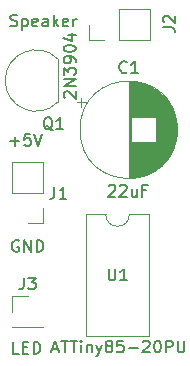
<source format=gbr>
%TF.GenerationSoftware,KiCad,Pcbnew,(5.1.7)-1*%
%TF.CreationDate,2021-09-28T11:43:39+01:00*%
%TF.ProjectId,vDrive-Sound-Board,76447269-7665-42d5-936f-756e642d426f,rev?*%
%TF.SameCoordinates,Original*%
%TF.FileFunction,Legend,Top*%
%TF.FilePolarity,Positive*%
%FSLAX46Y46*%
G04 Gerber Fmt 4.6, Leading zero omitted, Abs format (unit mm)*
G04 Created by KiCad (PCBNEW (5.1.7)-1) date 2021-09-28 11:43:39*
%MOMM*%
%LPD*%
G01*
G04 APERTURE LIST*
%ADD10C,0.150000*%
%ADD11C,0.120000*%
G04 APERTURE END LIST*
D10*
X115647619Y-50414285D02*
X115600000Y-50366666D01*
X115552380Y-50271428D01*
X115552380Y-50033333D01*
X115600000Y-49938095D01*
X115647619Y-49890476D01*
X115742857Y-49842857D01*
X115838095Y-49842857D01*
X115980952Y-49890476D01*
X116552380Y-50461904D01*
X116552380Y-49842857D01*
X116552380Y-49414285D02*
X115552380Y-49414285D01*
X116552380Y-48842857D01*
X115552380Y-48842857D01*
X115552380Y-48461904D02*
X115552380Y-47842857D01*
X115933333Y-48176190D01*
X115933333Y-48033333D01*
X115980952Y-47938095D01*
X116028571Y-47890476D01*
X116123809Y-47842857D01*
X116361904Y-47842857D01*
X116457142Y-47890476D01*
X116504761Y-47938095D01*
X116552380Y-48033333D01*
X116552380Y-48319047D01*
X116504761Y-48414285D01*
X116457142Y-48461904D01*
X116552380Y-47366666D02*
X116552380Y-47176190D01*
X116504761Y-47080952D01*
X116457142Y-47033333D01*
X116314285Y-46938095D01*
X116123809Y-46890476D01*
X115742857Y-46890476D01*
X115647619Y-46938095D01*
X115600000Y-46985714D01*
X115552380Y-47080952D01*
X115552380Y-47271428D01*
X115600000Y-47366666D01*
X115647619Y-47414285D01*
X115742857Y-47461904D01*
X115980952Y-47461904D01*
X116076190Y-47414285D01*
X116123809Y-47366666D01*
X116171428Y-47271428D01*
X116171428Y-47080952D01*
X116123809Y-46985714D01*
X116076190Y-46938095D01*
X115980952Y-46890476D01*
X115552380Y-46271428D02*
X115552380Y-46176190D01*
X115600000Y-46080952D01*
X115647619Y-46033333D01*
X115742857Y-45985714D01*
X115933333Y-45938095D01*
X116171428Y-45938095D01*
X116361904Y-45985714D01*
X116457142Y-46033333D01*
X116504761Y-46080952D01*
X116552380Y-46176190D01*
X116552380Y-46271428D01*
X116504761Y-46366666D01*
X116457142Y-46414285D01*
X116361904Y-46461904D01*
X116171428Y-46509523D01*
X115933333Y-46509523D01*
X115742857Y-46461904D01*
X115647619Y-46414285D01*
X115600000Y-46366666D01*
X115552380Y-46271428D01*
X115885714Y-45080952D02*
X116552380Y-45080952D01*
X115504761Y-45319047D02*
X116219047Y-45557142D01*
X116219047Y-44938095D01*
X119357142Y-57847619D02*
X119404761Y-57800000D01*
X119500000Y-57752380D01*
X119738095Y-57752380D01*
X119833333Y-57800000D01*
X119880952Y-57847619D01*
X119928571Y-57942857D01*
X119928571Y-58038095D01*
X119880952Y-58180952D01*
X119309523Y-58752380D01*
X119928571Y-58752380D01*
X120309523Y-57847619D02*
X120357142Y-57800000D01*
X120452380Y-57752380D01*
X120690476Y-57752380D01*
X120785714Y-57800000D01*
X120833333Y-57847619D01*
X120880952Y-57942857D01*
X120880952Y-58038095D01*
X120833333Y-58180952D01*
X120261904Y-58752380D01*
X120880952Y-58752380D01*
X121738095Y-58085714D02*
X121738095Y-58752380D01*
X121309523Y-58085714D02*
X121309523Y-58609523D01*
X121357142Y-58704761D01*
X121452380Y-58752380D01*
X121595238Y-58752380D01*
X121690476Y-58704761D01*
X121738095Y-58657142D01*
X122547619Y-58228571D02*
X122214285Y-58228571D01*
X122214285Y-58752380D02*
X122214285Y-57752380D01*
X122690476Y-57752380D01*
X114580952Y-71666666D02*
X115057142Y-71666666D01*
X114485714Y-71952380D02*
X114819047Y-70952380D01*
X115152380Y-71952380D01*
X115342857Y-70952380D02*
X115914285Y-70952380D01*
X115628571Y-71952380D02*
X115628571Y-70952380D01*
X116104761Y-70952380D02*
X116676190Y-70952380D01*
X116390476Y-71952380D02*
X116390476Y-70952380D01*
X117009523Y-71952380D02*
X117009523Y-71285714D01*
X117009523Y-70952380D02*
X116961904Y-71000000D01*
X117009523Y-71047619D01*
X117057142Y-71000000D01*
X117009523Y-70952380D01*
X117009523Y-71047619D01*
X117485714Y-71285714D02*
X117485714Y-71952380D01*
X117485714Y-71380952D02*
X117533333Y-71333333D01*
X117628571Y-71285714D01*
X117771428Y-71285714D01*
X117866666Y-71333333D01*
X117914285Y-71428571D01*
X117914285Y-71952380D01*
X118295238Y-71285714D02*
X118533333Y-71952380D01*
X118771428Y-71285714D02*
X118533333Y-71952380D01*
X118438095Y-72190476D01*
X118390476Y-72238095D01*
X118295238Y-72285714D01*
X119295238Y-71380952D02*
X119200000Y-71333333D01*
X119152380Y-71285714D01*
X119104761Y-71190476D01*
X119104761Y-71142857D01*
X119152380Y-71047619D01*
X119200000Y-71000000D01*
X119295238Y-70952380D01*
X119485714Y-70952380D01*
X119580952Y-71000000D01*
X119628571Y-71047619D01*
X119676190Y-71142857D01*
X119676190Y-71190476D01*
X119628571Y-71285714D01*
X119580952Y-71333333D01*
X119485714Y-71380952D01*
X119295238Y-71380952D01*
X119200000Y-71428571D01*
X119152380Y-71476190D01*
X119104761Y-71571428D01*
X119104761Y-71761904D01*
X119152380Y-71857142D01*
X119200000Y-71904761D01*
X119295238Y-71952380D01*
X119485714Y-71952380D01*
X119580952Y-71904761D01*
X119628571Y-71857142D01*
X119676190Y-71761904D01*
X119676190Y-71571428D01*
X119628571Y-71476190D01*
X119580952Y-71428571D01*
X119485714Y-71380952D01*
X120580952Y-70952380D02*
X120104761Y-70952380D01*
X120057142Y-71428571D01*
X120104761Y-71380952D01*
X120200000Y-71333333D01*
X120438095Y-71333333D01*
X120533333Y-71380952D01*
X120580952Y-71428571D01*
X120628571Y-71523809D01*
X120628571Y-71761904D01*
X120580952Y-71857142D01*
X120533333Y-71904761D01*
X120438095Y-71952380D01*
X120200000Y-71952380D01*
X120104761Y-71904761D01*
X120057142Y-71857142D01*
X121057142Y-71571428D02*
X121819047Y-71571428D01*
X122247619Y-71047619D02*
X122295238Y-71000000D01*
X122390476Y-70952380D01*
X122628571Y-70952380D01*
X122723809Y-71000000D01*
X122771428Y-71047619D01*
X122819047Y-71142857D01*
X122819047Y-71238095D01*
X122771428Y-71380952D01*
X122200000Y-71952380D01*
X122819047Y-71952380D01*
X123438095Y-70952380D02*
X123533333Y-70952380D01*
X123628571Y-71000000D01*
X123676190Y-71047619D01*
X123723809Y-71142857D01*
X123771428Y-71333333D01*
X123771428Y-71571428D01*
X123723809Y-71761904D01*
X123676190Y-71857142D01*
X123628571Y-71904761D01*
X123533333Y-71952380D01*
X123438095Y-71952380D01*
X123342857Y-71904761D01*
X123295238Y-71857142D01*
X123247619Y-71761904D01*
X123200000Y-71571428D01*
X123200000Y-71333333D01*
X123247619Y-71142857D01*
X123295238Y-71047619D01*
X123342857Y-71000000D01*
X123438095Y-70952380D01*
X124200000Y-71952380D02*
X124200000Y-70952380D01*
X124580952Y-70952380D01*
X124676190Y-71000000D01*
X124723809Y-71047619D01*
X124771428Y-71142857D01*
X124771428Y-71285714D01*
X124723809Y-71380952D01*
X124676190Y-71428571D01*
X124580952Y-71476190D01*
X124200000Y-71476190D01*
X125200000Y-70952380D02*
X125200000Y-71761904D01*
X125247619Y-71857142D01*
X125295238Y-71904761D01*
X125390476Y-71952380D01*
X125580952Y-71952380D01*
X125676190Y-71904761D01*
X125723809Y-71857142D01*
X125771428Y-71761904D01*
X125771428Y-70952380D01*
X111038095Y-44304761D02*
X111180952Y-44352380D01*
X111419047Y-44352380D01*
X111514285Y-44304761D01*
X111561904Y-44257142D01*
X111609523Y-44161904D01*
X111609523Y-44066666D01*
X111561904Y-43971428D01*
X111514285Y-43923809D01*
X111419047Y-43876190D01*
X111228571Y-43828571D01*
X111133333Y-43780952D01*
X111085714Y-43733333D01*
X111038095Y-43638095D01*
X111038095Y-43542857D01*
X111085714Y-43447619D01*
X111133333Y-43400000D01*
X111228571Y-43352380D01*
X111466666Y-43352380D01*
X111609523Y-43400000D01*
X112038095Y-43685714D02*
X112038095Y-44685714D01*
X112038095Y-43733333D02*
X112133333Y-43685714D01*
X112323809Y-43685714D01*
X112419047Y-43733333D01*
X112466666Y-43780952D01*
X112514285Y-43876190D01*
X112514285Y-44161904D01*
X112466666Y-44257142D01*
X112419047Y-44304761D01*
X112323809Y-44352380D01*
X112133333Y-44352380D01*
X112038095Y-44304761D01*
X113323809Y-44304761D02*
X113228571Y-44352380D01*
X113038095Y-44352380D01*
X112942857Y-44304761D01*
X112895238Y-44209523D01*
X112895238Y-43828571D01*
X112942857Y-43733333D01*
X113038095Y-43685714D01*
X113228571Y-43685714D01*
X113323809Y-43733333D01*
X113371428Y-43828571D01*
X113371428Y-43923809D01*
X112895238Y-44019047D01*
X114228571Y-44352380D02*
X114228571Y-43828571D01*
X114180952Y-43733333D01*
X114085714Y-43685714D01*
X113895238Y-43685714D01*
X113800000Y-43733333D01*
X114228571Y-44304761D02*
X114133333Y-44352380D01*
X113895238Y-44352380D01*
X113800000Y-44304761D01*
X113752380Y-44209523D01*
X113752380Y-44114285D01*
X113800000Y-44019047D01*
X113895238Y-43971428D01*
X114133333Y-43971428D01*
X114228571Y-43923809D01*
X114704761Y-44352380D02*
X114704761Y-43352380D01*
X114800000Y-43971428D02*
X115085714Y-44352380D01*
X115085714Y-43685714D02*
X114704761Y-44066666D01*
X115895238Y-44304761D02*
X115800000Y-44352380D01*
X115609523Y-44352380D01*
X115514285Y-44304761D01*
X115466666Y-44209523D01*
X115466666Y-43828571D01*
X115514285Y-43733333D01*
X115609523Y-43685714D01*
X115800000Y-43685714D01*
X115895238Y-43733333D01*
X115942857Y-43828571D01*
X115942857Y-43923809D01*
X115466666Y-44019047D01*
X116371428Y-44352380D02*
X116371428Y-43685714D01*
X116371428Y-43876190D02*
X116419047Y-43780952D01*
X116466666Y-43733333D01*
X116561904Y-43685714D01*
X116657142Y-43685714D01*
X111757142Y-72052380D02*
X111280952Y-72052380D01*
X111280952Y-71052380D01*
X112090476Y-71528571D02*
X112423809Y-71528571D01*
X112566666Y-72052380D02*
X112090476Y-72052380D01*
X112090476Y-71052380D01*
X112566666Y-71052380D01*
X112995238Y-72052380D02*
X112995238Y-71052380D01*
X113233333Y-71052380D01*
X113376190Y-71100000D01*
X113471428Y-71195238D01*
X113519047Y-71290476D01*
X113566666Y-71480952D01*
X113566666Y-71623809D01*
X113519047Y-71814285D01*
X113471428Y-71909523D01*
X113376190Y-72004761D01*
X113233333Y-72052380D01*
X112995238Y-72052380D01*
X111014285Y-54071428D02*
X111776190Y-54071428D01*
X111395238Y-54452380D02*
X111395238Y-53690476D01*
X112728571Y-53452380D02*
X112252380Y-53452380D01*
X112204761Y-53928571D01*
X112252380Y-53880952D01*
X112347619Y-53833333D01*
X112585714Y-53833333D01*
X112680952Y-53880952D01*
X112728571Y-53928571D01*
X112776190Y-54023809D01*
X112776190Y-54261904D01*
X112728571Y-54357142D01*
X112680952Y-54404761D01*
X112585714Y-54452380D01*
X112347619Y-54452380D01*
X112252380Y-54404761D01*
X112204761Y-54357142D01*
X113061904Y-53452380D02*
X113395238Y-54452380D01*
X113728571Y-53452380D01*
X111738095Y-62500000D02*
X111642857Y-62452380D01*
X111500000Y-62452380D01*
X111357142Y-62500000D01*
X111261904Y-62595238D01*
X111214285Y-62690476D01*
X111166666Y-62880952D01*
X111166666Y-63023809D01*
X111214285Y-63214285D01*
X111261904Y-63309523D01*
X111357142Y-63404761D01*
X111500000Y-63452380D01*
X111595238Y-63452380D01*
X111738095Y-63404761D01*
X111785714Y-63357142D01*
X111785714Y-63023809D01*
X111595238Y-63023809D01*
X112214285Y-63452380D02*
X112214285Y-62452380D01*
X112785714Y-63452380D01*
X112785714Y-62452380D01*
X113261904Y-63452380D02*
X113261904Y-62452380D01*
X113500000Y-62452380D01*
X113642857Y-62500000D01*
X113738095Y-62595238D01*
X113785714Y-62690476D01*
X113833333Y-62880952D01*
X113833333Y-63023809D01*
X113785714Y-63214285D01*
X113738095Y-63309523D01*
X113642857Y-63404761D01*
X113500000Y-63452380D01*
X113261904Y-63452380D01*
D11*
%TO.C,U1*%
X122760000Y-60270000D02*
X121110000Y-60270000D01*
X122760000Y-70550000D02*
X122760000Y-60270000D01*
X117460000Y-70550000D02*
X122760000Y-70550000D01*
X117460000Y-60270000D02*
X117460000Y-70550000D01*
X119110000Y-60270000D02*
X117460000Y-60270000D01*
X121110000Y-60270000D02*
G75*
G02*
X119110000Y-60270000I-1000000J0D01*
G01*
%TO.C,Q1*%
X115050000Y-50730000D02*
X115050000Y-47130000D01*
X115038478Y-47091522D02*
G75*
G03*
X110600000Y-48930000I-1838478J-1838478D01*
G01*
X115038478Y-50768478D02*
G75*
G02*
X110600000Y-48930000I-1838478J1838478D01*
G01*
%TO.C,J3*%
X111170000Y-67170000D02*
X112500000Y-67170000D01*
X111170000Y-68500000D02*
X111170000Y-67170000D01*
X111170000Y-69770000D02*
X113830000Y-69770000D01*
X113830000Y-69770000D02*
X113830000Y-69830000D01*
X111170000Y-69770000D02*
X111170000Y-69830000D01*
X111170000Y-69830000D02*
X113830000Y-69830000D01*
%TO.C,J2*%
X117670000Y-45530000D02*
X117670000Y-44200000D01*
X119000000Y-45530000D02*
X117670000Y-45530000D01*
X120270000Y-45530000D02*
X120270000Y-42870000D01*
X120270000Y-42870000D02*
X122870000Y-42870000D01*
X120270000Y-45530000D02*
X122870000Y-45530000D01*
X122870000Y-45530000D02*
X122870000Y-42870000D01*
%TO.C,J1*%
X113830000Y-61030000D02*
X112500000Y-61030000D01*
X113830000Y-59700000D02*
X113830000Y-61030000D01*
X113830000Y-58430000D02*
X111170000Y-58430000D01*
X111170000Y-58430000D02*
X111170000Y-55830000D01*
X113830000Y-58430000D02*
X113830000Y-55830000D01*
X113830000Y-55830000D02*
X111170000Y-55830000D01*
%TO.C,C1*%
X117040302Y-50385000D02*
X117040302Y-51185000D01*
X116640302Y-50785000D02*
X117440302Y-50785000D01*
X125131000Y-52567000D02*
X125131000Y-53633000D01*
X125091000Y-52332000D02*
X125091000Y-53868000D01*
X125051000Y-52152000D02*
X125051000Y-54048000D01*
X125011000Y-52002000D02*
X125011000Y-54198000D01*
X124971000Y-51871000D02*
X124971000Y-54329000D01*
X124931000Y-51754000D02*
X124931000Y-54446000D01*
X124891000Y-51647000D02*
X124891000Y-54553000D01*
X124851000Y-51548000D02*
X124851000Y-54652000D01*
X124811000Y-51455000D02*
X124811000Y-54745000D01*
X124771000Y-51369000D02*
X124771000Y-54831000D01*
X124731000Y-51287000D02*
X124731000Y-54913000D01*
X124691000Y-51210000D02*
X124691000Y-54990000D01*
X124651000Y-51136000D02*
X124651000Y-55064000D01*
X124611000Y-51066000D02*
X124611000Y-55134000D01*
X124571000Y-50998000D02*
X124571000Y-55202000D01*
X124531000Y-50934000D02*
X124531000Y-55266000D01*
X124491000Y-50872000D02*
X124491000Y-55328000D01*
X124451000Y-50813000D02*
X124451000Y-55387000D01*
X124411000Y-50755000D02*
X124411000Y-55445000D01*
X124371000Y-50700000D02*
X124371000Y-55500000D01*
X124331000Y-50646000D02*
X124331000Y-55554000D01*
X124291000Y-50595000D02*
X124291000Y-55605000D01*
X124251000Y-50544000D02*
X124251000Y-55656000D01*
X124211000Y-50496000D02*
X124211000Y-55704000D01*
X124171000Y-50449000D02*
X124171000Y-55751000D01*
X124131000Y-50403000D02*
X124131000Y-55797000D01*
X124091000Y-50359000D02*
X124091000Y-55841000D01*
X124051000Y-50316000D02*
X124051000Y-55884000D01*
X124011000Y-50274000D02*
X124011000Y-55926000D01*
X123971000Y-50233000D02*
X123971000Y-55967000D01*
X123931000Y-50193000D02*
X123931000Y-56007000D01*
X123891000Y-50155000D02*
X123891000Y-56045000D01*
X123851000Y-50117000D02*
X123851000Y-56083000D01*
X123811000Y-50081000D02*
X123811000Y-56119000D01*
X123771000Y-50045000D02*
X123771000Y-56155000D01*
X123731000Y-50010000D02*
X123731000Y-56190000D01*
X123691000Y-49976000D02*
X123691000Y-56224000D01*
X123651000Y-49944000D02*
X123651000Y-56256000D01*
X123611000Y-49911000D02*
X123611000Y-56289000D01*
X123571000Y-49880000D02*
X123571000Y-56320000D01*
X123531000Y-49850000D02*
X123531000Y-56350000D01*
X123491000Y-49820000D02*
X123491000Y-56380000D01*
X123451000Y-49791000D02*
X123451000Y-56409000D01*
X123411000Y-49762000D02*
X123411000Y-56438000D01*
X123371000Y-49735000D02*
X123371000Y-56465000D01*
X123331000Y-54140000D02*
X123331000Y-56492000D01*
X123331000Y-49708000D02*
X123331000Y-52060000D01*
X123291000Y-54140000D02*
X123291000Y-56518000D01*
X123291000Y-49682000D02*
X123291000Y-52060000D01*
X123251000Y-54140000D02*
X123251000Y-56544000D01*
X123251000Y-49656000D02*
X123251000Y-52060000D01*
X123211000Y-54140000D02*
X123211000Y-56569000D01*
X123211000Y-49631000D02*
X123211000Y-52060000D01*
X123171000Y-54140000D02*
X123171000Y-56593000D01*
X123171000Y-49607000D02*
X123171000Y-52060000D01*
X123131000Y-54140000D02*
X123131000Y-56617000D01*
X123131000Y-49583000D02*
X123131000Y-52060000D01*
X123091000Y-54140000D02*
X123091000Y-56640000D01*
X123091000Y-49560000D02*
X123091000Y-52060000D01*
X123051000Y-54140000D02*
X123051000Y-56662000D01*
X123051000Y-49538000D02*
X123051000Y-52060000D01*
X123011000Y-54140000D02*
X123011000Y-56684000D01*
X123011000Y-49516000D02*
X123011000Y-52060000D01*
X122971000Y-54140000D02*
X122971000Y-56706000D01*
X122971000Y-49494000D02*
X122971000Y-52060000D01*
X122931000Y-54140000D02*
X122931000Y-56727000D01*
X122931000Y-49473000D02*
X122931000Y-52060000D01*
X122891000Y-54140000D02*
X122891000Y-56747000D01*
X122891000Y-49453000D02*
X122891000Y-52060000D01*
X122851000Y-54140000D02*
X122851000Y-56766000D01*
X122851000Y-49434000D02*
X122851000Y-52060000D01*
X122811000Y-54140000D02*
X122811000Y-56786000D01*
X122811000Y-49414000D02*
X122811000Y-52060000D01*
X122771000Y-54140000D02*
X122771000Y-56804000D01*
X122771000Y-49396000D02*
X122771000Y-52060000D01*
X122731000Y-54140000D02*
X122731000Y-56822000D01*
X122731000Y-49378000D02*
X122731000Y-52060000D01*
X122691000Y-54140000D02*
X122691000Y-56840000D01*
X122691000Y-49360000D02*
X122691000Y-52060000D01*
X122651000Y-54140000D02*
X122651000Y-56857000D01*
X122651000Y-49343000D02*
X122651000Y-52060000D01*
X122611000Y-54140000D02*
X122611000Y-56874000D01*
X122611000Y-49326000D02*
X122611000Y-52060000D01*
X122571000Y-54140000D02*
X122571000Y-56890000D01*
X122571000Y-49310000D02*
X122571000Y-52060000D01*
X122531000Y-54140000D02*
X122531000Y-56905000D01*
X122531000Y-49295000D02*
X122531000Y-52060000D01*
X122491000Y-54140000D02*
X122491000Y-56921000D01*
X122491000Y-49279000D02*
X122491000Y-52060000D01*
X122451000Y-54140000D02*
X122451000Y-56935000D01*
X122451000Y-49265000D02*
X122451000Y-52060000D01*
X122411000Y-54140000D02*
X122411000Y-56950000D01*
X122411000Y-49250000D02*
X122411000Y-52060000D01*
X122371000Y-54140000D02*
X122371000Y-56963000D01*
X122371000Y-49237000D02*
X122371000Y-52060000D01*
X122331000Y-54140000D02*
X122331000Y-56977000D01*
X122331000Y-49223000D02*
X122331000Y-52060000D01*
X122291000Y-54140000D02*
X122291000Y-56989000D01*
X122291000Y-49211000D02*
X122291000Y-52060000D01*
X122251000Y-54140000D02*
X122251000Y-57002000D01*
X122251000Y-49198000D02*
X122251000Y-52060000D01*
X122211000Y-54140000D02*
X122211000Y-57014000D01*
X122211000Y-49186000D02*
X122211000Y-52060000D01*
X122171000Y-54140000D02*
X122171000Y-57025000D01*
X122171000Y-49175000D02*
X122171000Y-52060000D01*
X122131000Y-54140000D02*
X122131000Y-57036000D01*
X122131000Y-49164000D02*
X122131000Y-52060000D01*
X122091000Y-54140000D02*
X122091000Y-57047000D01*
X122091000Y-49153000D02*
X122091000Y-52060000D01*
X122051000Y-54140000D02*
X122051000Y-57057000D01*
X122051000Y-49143000D02*
X122051000Y-52060000D01*
X122011000Y-54140000D02*
X122011000Y-57067000D01*
X122011000Y-49133000D02*
X122011000Y-52060000D01*
X121971000Y-54140000D02*
X121971000Y-57076000D01*
X121971000Y-49124000D02*
X121971000Y-52060000D01*
X121931000Y-54140000D02*
X121931000Y-57085000D01*
X121931000Y-49115000D02*
X121931000Y-52060000D01*
X121891000Y-54140000D02*
X121891000Y-57094000D01*
X121891000Y-49106000D02*
X121891000Y-52060000D01*
X121851000Y-54140000D02*
X121851000Y-57102000D01*
X121851000Y-49098000D02*
X121851000Y-52060000D01*
X121811000Y-54140000D02*
X121811000Y-57110000D01*
X121811000Y-49090000D02*
X121811000Y-52060000D01*
X121771000Y-54140000D02*
X121771000Y-57117000D01*
X121771000Y-49083000D02*
X121771000Y-52060000D01*
X121730000Y-54140000D02*
X121730000Y-57124000D01*
X121730000Y-49076000D02*
X121730000Y-52060000D01*
X121690000Y-54140000D02*
X121690000Y-57130000D01*
X121690000Y-49070000D02*
X121690000Y-52060000D01*
X121650000Y-54140000D02*
X121650000Y-57137000D01*
X121650000Y-49063000D02*
X121650000Y-52060000D01*
X121610000Y-54140000D02*
X121610000Y-57142000D01*
X121610000Y-49058000D02*
X121610000Y-52060000D01*
X121570000Y-54140000D02*
X121570000Y-57148000D01*
X121570000Y-49052000D02*
X121570000Y-52060000D01*
X121530000Y-54140000D02*
X121530000Y-57152000D01*
X121530000Y-49048000D02*
X121530000Y-52060000D01*
X121490000Y-54140000D02*
X121490000Y-57157000D01*
X121490000Y-49043000D02*
X121490000Y-52060000D01*
X121450000Y-54140000D02*
X121450000Y-57161000D01*
X121450000Y-49039000D02*
X121450000Y-52060000D01*
X121410000Y-54140000D02*
X121410000Y-57165000D01*
X121410000Y-49035000D02*
X121410000Y-52060000D01*
X121370000Y-54140000D02*
X121370000Y-57168000D01*
X121370000Y-49032000D02*
X121370000Y-52060000D01*
X121330000Y-54140000D02*
X121330000Y-57171000D01*
X121330000Y-49029000D02*
X121330000Y-52060000D01*
X121290000Y-54140000D02*
X121290000Y-57174000D01*
X121290000Y-49026000D02*
X121290000Y-52060000D01*
X121250000Y-49024000D02*
X121250000Y-57176000D01*
X121210000Y-49023000D02*
X121210000Y-57177000D01*
X121170000Y-49021000D02*
X121170000Y-57179000D01*
X121130000Y-49020000D02*
X121130000Y-57180000D01*
X121090000Y-49020000D02*
X121090000Y-57180000D01*
X121050000Y-49020000D02*
X121050000Y-57180000D01*
X125170000Y-53100000D02*
G75*
G03*
X125170000Y-53100000I-4120000J0D01*
G01*
%TO.C,U1*%
D10*
X119348095Y-64852380D02*
X119348095Y-65661904D01*
X119395714Y-65757142D01*
X119443333Y-65804761D01*
X119538571Y-65852380D01*
X119729047Y-65852380D01*
X119824285Y-65804761D01*
X119871904Y-65757142D01*
X119919523Y-65661904D01*
X119919523Y-64852380D01*
X120919523Y-65852380D02*
X120348095Y-65852380D01*
X120633809Y-65852380D02*
X120633809Y-64852380D01*
X120538571Y-64995238D01*
X120443333Y-65090476D01*
X120348095Y-65138095D01*
%TO.C,Q1*%
X114604761Y-53147619D02*
X114509523Y-53100000D01*
X114414285Y-53004761D01*
X114271428Y-52861904D01*
X114176190Y-52814285D01*
X114080952Y-52814285D01*
X114128571Y-53052380D02*
X114033333Y-53004761D01*
X113938095Y-52909523D01*
X113890476Y-52719047D01*
X113890476Y-52385714D01*
X113938095Y-52195238D01*
X114033333Y-52100000D01*
X114128571Y-52052380D01*
X114319047Y-52052380D01*
X114414285Y-52100000D01*
X114509523Y-52195238D01*
X114557142Y-52385714D01*
X114557142Y-52719047D01*
X114509523Y-52909523D01*
X114414285Y-53004761D01*
X114319047Y-53052380D01*
X114128571Y-53052380D01*
X115509523Y-53052380D02*
X114938095Y-53052380D01*
X115223809Y-53052380D02*
X115223809Y-52052380D01*
X115128571Y-52195238D01*
X115033333Y-52290476D01*
X114938095Y-52338095D01*
%TO.C,J3*%
X112166666Y-65622380D02*
X112166666Y-66336666D01*
X112119047Y-66479523D01*
X112023809Y-66574761D01*
X111880952Y-66622380D01*
X111785714Y-66622380D01*
X112547619Y-65622380D02*
X113166666Y-65622380D01*
X112833333Y-66003333D01*
X112976190Y-66003333D01*
X113071428Y-66050952D01*
X113119047Y-66098571D01*
X113166666Y-66193809D01*
X113166666Y-66431904D01*
X113119047Y-66527142D01*
X113071428Y-66574761D01*
X112976190Y-66622380D01*
X112690476Y-66622380D01*
X112595238Y-66574761D01*
X112547619Y-66527142D01*
%TO.C,J2*%
X123952380Y-44433333D02*
X124666666Y-44433333D01*
X124809523Y-44480952D01*
X124904761Y-44576190D01*
X124952380Y-44719047D01*
X124952380Y-44814285D01*
X124047619Y-44004761D02*
X124000000Y-43957142D01*
X123952380Y-43861904D01*
X123952380Y-43623809D01*
X124000000Y-43528571D01*
X124047619Y-43480952D01*
X124142857Y-43433333D01*
X124238095Y-43433333D01*
X124380952Y-43480952D01*
X124952380Y-44052380D01*
X124952380Y-43433333D01*
%TO.C,J1*%
X114766666Y-57952380D02*
X114766666Y-58666666D01*
X114719047Y-58809523D01*
X114623809Y-58904761D01*
X114480952Y-58952380D01*
X114385714Y-58952380D01*
X115766666Y-58952380D02*
X115195238Y-58952380D01*
X115480952Y-58952380D02*
X115480952Y-57952380D01*
X115385714Y-58095238D01*
X115290476Y-58190476D01*
X115195238Y-58238095D01*
%TO.C,C1*%
X120883333Y-48207142D02*
X120835714Y-48254761D01*
X120692857Y-48302380D01*
X120597619Y-48302380D01*
X120454761Y-48254761D01*
X120359523Y-48159523D01*
X120311904Y-48064285D01*
X120264285Y-47873809D01*
X120264285Y-47730952D01*
X120311904Y-47540476D01*
X120359523Y-47445238D01*
X120454761Y-47350000D01*
X120597619Y-47302380D01*
X120692857Y-47302380D01*
X120835714Y-47350000D01*
X120883333Y-47397619D01*
X121835714Y-48302380D02*
X121264285Y-48302380D01*
X121550000Y-48302380D02*
X121550000Y-47302380D01*
X121454761Y-47445238D01*
X121359523Y-47540476D01*
X121264285Y-47588095D01*
%TD*%
M02*

</source>
